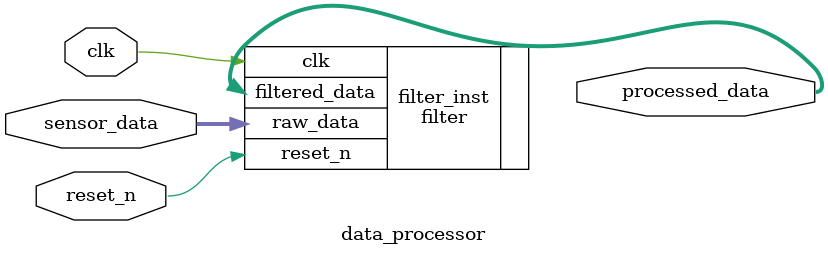
<source format=sv>
module data_processor (
    input  logic clk,
    input  logic reset_n,
    input  logic [7:0] sensor_data,
    output logic [7:0] processed_data
);
    // Instance of the filter module
    filter filter_inst (
        .clk(clk),
        .reset_n(reset_n),
        .raw_data(sensor_data),
        .filtered_data(processed_data)
    );
endmodule

</source>
